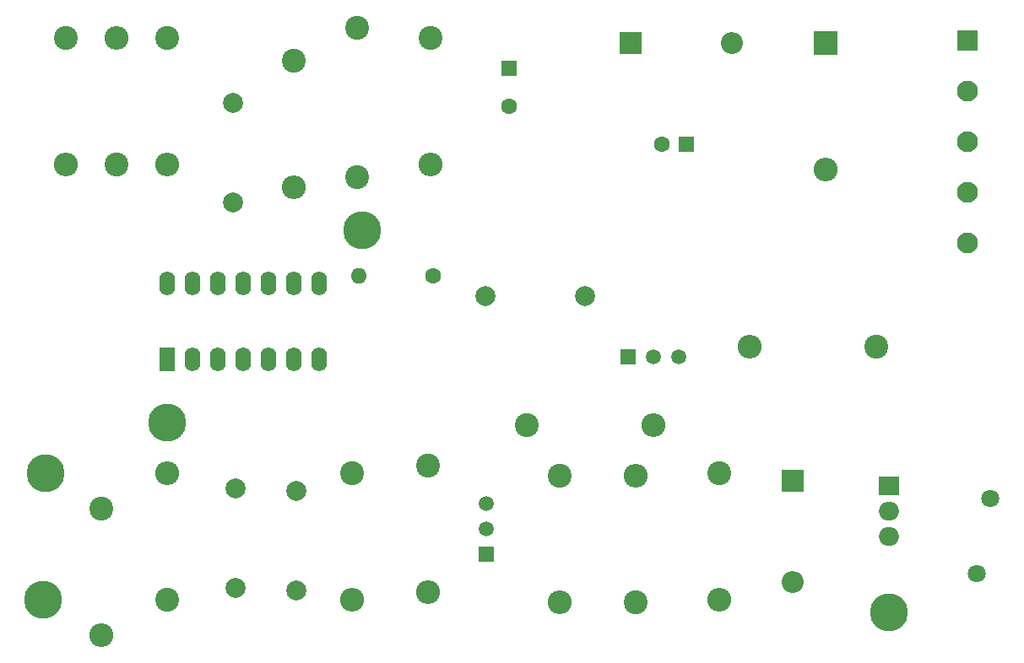
<source format=gbr>
G04 #@! TF.GenerationSoftware,KiCad,Pcbnew,(5.0.1)-4*
G04 #@! TF.CreationDate,2020-04-28T21:10:57-04:00*
G04 #@! TF.ProjectId,EFC_DIY_version,4546435F4449595F76657273696F6E2E,v01*
G04 #@! TF.SameCoordinates,Original*
G04 #@! TF.FileFunction,Copper,L2,Bot,Signal*
G04 #@! TF.FilePolarity,Positive*
%FSLAX46Y46*%
G04 Gerber Fmt 4.6, Leading zero omitted, Abs format (unit mm)*
G04 Created by KiCad (PCBNEW (5.0.1)-4) date 4/28/2020 9:10:57 PM*
%MOMM*%
%LPD*%
G01*
G04 APERTURE LIST*
G04 #@! TA.AperFunction,ComponentPad*
%ADD10O,2.200000X2.200000*%
G04 #@! TD*
G04 #@! TA.AperFunction,ComponentPad*
%ADD11R,2.200000X2.200000*%
G04 #@! TD*
G04 #@! TA.AperFunction,ComponentPad*
%ADD12R,2.000000X1.905000*%
G04 #@! TD*
G04 #@! TA.AperFunction,ComponentPad*
%ADD13O,2.000000X1.905000*%
G04 #@! TD*
G04 #@! TA.AperFunction,ComponentPad*
%ADD14O,1.600000X2.400000*%
G04 #@! TD*
G04 #@! TA.AperFunction,ComponentPad*
%ADD15R,1.600000X2.400000*%
G04 #@! TD*
G04 #@! TA.AperFunction,ComponentPad*
%ADD16R,1.500000X1.500000*%
G04 #@! TD*
G04 #@! TA.AperFunction,ComponentPad*
%ADD17C,1.500000*%
G04 #@! TD*
G04 #@! TA.AperFunction,ComponentPad*
%ADD18C,1.800000*%
G04 #@! TD*
G04 #@! TA.AperFunction,ComponentPad*
%ADD19R,2.400000X2.400000*%
G04 #@! TD*
G04 #@! TA.AperFunction,ComponentPad*
%ADD20O,2.400000X2.400000*%
G04 #@! TD*
G04 #@! TA.AperFunction,ComponentPad*
%ADD21R,1.600000X1.600000*%
G04 #@! TD*
G04 #@! TA.AperFunction,ComponentPad*
%ADD22C,1.600000*%
G04 #@! TD*
G04 #@! TA.AperFunction,ComponentPad*
%ADD23C,2.000000*%
G04 #@! TD*
G04 #@! TA.AperFunction,ComponentPad*
%ADD24O,1.600000X1.600000*%
G04 #@! TD*
G04 #@! TA.AperFunction,ComponentPad*
%ADD25C,2.400000*%
G04 #@! TD*
G04 #@! TA.AperFunction,ComponentPad*
%ADD26R,2.100000X2.100000*%
G04 #@! TD*
G04 #@! TA.AperFunction,ComponentPad*
%ADD27C,2.100000*%
G04 #@! TD*
G04 #@! TA.AperFunction,ComponentPad*
%ADD28C,3.800000*%
G04 #@! TD*
G04 APERTURE END LIST*
D10*
G04 #@! TO.P,D1,2*
G04 #@! TO.N,Net-(1N5819-Pad1)*
X192532000Y-45720000D03*
D11*
G04 #@! TO.P,D1,1*
G04 #@! TO.N,/Vcc*
X182372000Y-45720000D03*
G04 #@! TD*
G04 #@! TO.P,D2,1*
G04 #@! TO.N,Net-(D2-Pad1)*
X198628000Y-89662000D03*
D10*
G04 #@! TO.P,D2,2*
G04 #@! TO.N,Earth*
X198628000Y-99822000D03*
G04 #@! TD*
D12*
G04 #@! TO.P,Q1,1*
G04 #@! TO.N,Net-(D2-Pad1)*
X208280000Y-90170000D03*
D13*
G04 #@! TO.P,Q1,2*
G04 #@! TO.N,Net-(175L10-Pad1)*
X208280000Y-92710000D03*
G04 #@! TO.P,Q1,3*
G04 #@! TO.N,Earth*
X208280000Y-95250000D03*
G04 #@! TD*
D14*
G04 #@! TO.P,U1,14*
G04 #@! TO.N,/Vcc*
X135890000Y-69850000D03*
G04 #@! TO.P,U1,7*
G04 #@! TO.N,Earth*
X151130000Y-77470000D03*
G04 #@! TO.P,U1,13*
G04 #@! TO.N,Net-(R12-Pad2)*
X138430000Y-69850000D03*
G04 #@! TO.P,U1,6*
G04 #@! TO.N,Net-(C6-Pad1)*
X148590000Y-77470000D03*
G04 #@! TO.P,U1,12*
G04 #@! TO.N,Net-(C8-Pad1)*
X140970000Y-69850000D03*
G04 #@! TO.P,U1,5*
G04 #@! TO.N,Net-(R8-Pad1)*
X146050000Y-77470000D03*
G04 #@! TO.P,U1,11*
G04 #@! TO.N,Net-(C5-Pad1)*
X143510000Y-69850000D03*
G04 #@! TO.P,U1,4*
G04 #@! TO.N,/Vcc*
X143510000Y-77470000D03*
G04 #@! TO.P,U1,10*
X146050000Y-69850000D03*
G04 #@! TO.P,U1,3*
G04 #@! TO.N,Net-(C4-Pad1)*
X140970000Y-77470000D03*
G04 #@! TO.P,U1,9*
G04 #@! TO.N,Net-(C6-Pad2)*
X148590000Y-69850000D03*
G04 #@! TO.P,U1,2*
G04 #@! TO.N,Net-(C3-Pad1)*
X138430000Y-77470000D03*
G04 #@! TO.P,U1,8*
G04 #@! TO.N,Net-(C8-Pad1)*
X151130000Y-69850000D03*
D15*
G04 #@! TO.P,U1,1*
G04 #@! TO.N,Net-(C3-Pad1)*
X135890000Y-77470000D03*
G04 #@! TD*
D16*
G04 #@! TO.P,Q3,1*
G04 #@! TO.N,Earth*
X167894000Y-97028000D03*
D17*
G04 #@! TO.P,Q3,3*
G04 #@! TO.N,Net-(Q3-Pad3)*
X167894000Y-91948000D03*
G04 #@! TO.P,Q3,2*
G04 #@! TO.N,Net-(Q3-Pad2)*
X167894000Y-94488000D03*
G04 #@! TD*
D16*
G04 #@! TO.P,Q2,1*
G04 #@! TO.N,Net-(1N5819-Pad1)*
X182118000Y-77216000D03*
D17*
G04 #@! TO.P,Q2,3*
G04 #@! TO.N,Net-(Q2-Pad3)*
X187198000Y-77216000D03*
G04 #@! TO.P,Q2,2*
G04 #@! TO.N,Net-(Q2-Pad2)*
X184658000Y-77216000D03*
G04 #@! TD*
D18*
G04 #@! TO.P,175L10,1*
G04 #@! TO.N,Net-(175L10-Pad1)*
X218440000Y-91440000D03*
G04 #@! TO.P,175L10,2*
G04 #@! TO.N,Earth*
X217040000Y-98940000D03*
G04 #@! TD*
D19*
G04 #@! TO.P,1N5819,1*
G04 #@! TO.N,Net-(1N5819-Pad1)*
X201930000Y-45720000D03*
D20*
G04 #@! TO.P,1N5819,2*
G04 #@! TO.N,Net-(1N5819-Pad2)*
X201930000Y-58420000D03*
G04 #@! TD*
D21*
G04 #@! TO.P,C1,1*
G04 #@! TO.N,Net-(1N5819-Pad1)*
X187960000Y-55880000D03*
D22*
G04 #@! TO.P,C1,2*
G04 #@! TO.N,Earth*
X185460000Y-55880000D03*
G04 #@! TD*
D23*
G04 #@! TO.P,C2,2*
G04 #@! TO.N,Earth*
X167800000Y-71120000D03*
G04 #@! TO.P,C2,1*
G04 #@! TO.N,Net-(1N5819-Pad1)*
X177800000Y-71120000D03*
G04 #@! TD*
G04 #@! TO.P,C3,1*
G04 #@! TO.N,Net-(C3-Pad1)*
X148844000Y-90678000D03*
G04 #@! TO.P,C3,2*
G04 #@! TO.N,Earth*
X148844000Y-100678000D03*
G04 #@! TD*
G04 #@! TO.P,C4,1*
G04 #@! TO.N,Net-(C4-Pad1)*
X142748000Y-90424000D03*
G04 #@! TO.P,C4,2*
G04 #@! TO.N,Earth*
X142748000Y-100424000D03*
G04 #@! TD*
G04 #@! TO.P,C5,2*
G04 #@! TO.N,Earth*
X142494000Y-51722000D03*
G04 #@! TO.P,C5,1*
G04 #@! TO.N,Net-(C5-Pad1)*
X142494000Y-61722000D03*
G04 #@! TD*
D22*
G04 #@! TO.P,C6,1*
G04 #@! TO.N,Net-(C6-Pad1)*
X162560000Y-69088000D03*
D24*
G04 #@! TO.P,C6,2*
G04 #@! TO.N,Net-(C6-Pad2)*
X155060000Y-69088000D03*
G04 #@! TD*
D25*
G04 #@! TO.P,C8,1*
G04 #@! TO.N,Net-(C8-Pad1)*
X154940000Y-59182000D03*
G04 #@! TO.P,C8,2*
G04 #@! TO.N,Earth*
X154940000Y-44182000D03*
G04 #@! TD*
D21*
G04 #@! TO.P,C9,1*
G04 #@! TO.N,/Vcc*
X170180000Y-48260000D03*
D22*
G04 #@! TO.P,C9,2*
G04 #@! TO.N,Earth*
X170180000Y-52060000D03*
G04 #@! TD*
D26*
G04 #@! TO.P,J1,1*
G04 #@! TO.N,Net-(1N5819-Pad1)*
X216154000Y-45466000D03*
D27*
G04 #@! TO.P,J1,2*
G04 #@! TO.N,Net-(1N5819-Pad2)*
X216154000Y-50546000D03*
G04 #@! TO.P,J1,3*
G04 #@! TO.N,Net-(J1-Pad3)*
X216154000Y-55626000D03*
G04 #@! TO.P,J1,4*
X216154000Y-60706000D03*
G04 #@! TO.P,J1,5*
G04 #@! TO.N,Net-(175L10-Pad1)*
X216154000Y-65786000D03*
G04 #@! TD*
D25*
G04 #@! TO.P,R1,1*
G04 #@! TO.N,Net-(D2-Pad1)*
X207010000Y-76200000D03*
D20*
G04 #@! TO.P,R1,2*
G04 #@! TO.N,Net-(Q2-Pad3)*
X194310000Y-76200000D03*
G04 #@! TD*
D25*
G04 #@! TO.P,R2,1*
G04 #@! TO.N,Net-(D2-Pad1)*
X191262000Y-88900000D03*
D20*
G04 #@! TO.P,R2,2*
G04 #@! TO.N,Earth*
X191262000Y-101600000D03*
G04 #@! TD*
G04 #@! TO.P,R3,2*
G04 #@! TO.N,Net-(Q2-Pad2)*
X182880000Y-89154000D03*
D25*
G04 #@! TO.P,R3,1*
G04 #@! TO.N,Net-(1N5819-Pad1)*
X182880000Y-101854000D03*
G04 #@! TD*
D20*
G04 #@! TO.P,R4,2*
G04 #@! TO.N,Net-(H1-Pad1)*
X129286000Y-105156000D03*
D25*
G04 #@! TO.P,R4,1*
G04 #@! TO.N,Net-(H3-Pad1)*
X129286000Y-92456000D03*
G04 #@! TD*
D20*
G04 #@! TO.P,R5,2*
G04 #@! TO.N,Net-(Q2-Pad2)*
X184658000Y-84074000D03*
D25*
G04 #@! TO.P,R5,1*
G04 #@! TO.N,Net-(Q3-Pad3)*
X171958000Y-84074000D03*
G04 #@! TD*
G04 #@! TO.P,R6,1*
G04 #@! TO.N,Net-(1N5819-Pad1)*
X175260000Y-89154000D03*
D20*
G04 #@! TO.P,R6,2*
G04 #@! TO.N,Net-(Q3-Pad3)*
X175260000Y-101854000D03*
G04 #@! TD*
D25*
G04 #@! TO.P,R7,1*
G04 #@! TO.N,Net-(Q3-Pad2)*
X162052000Y-88138000D03*
D20*
G04 #@! TO.P,R7,2*
G04 #@! TO.N,Earth*
X162052000Y-100838000D03*
G04 #@! TD*
G04 #@! TO.P,R8,2*
G04 #@! TO.N,Net-(Q3-Pad2)*
X154432000Y-101600000D03*
D25*
G04 #@! TO.P,R8,1*
G04 #@! TO.N,Net-(R8-Pad1)*
X154432000Y-88900000D03*
G04 #@! TD*
G04 #@! TO.P,R9,1*
G04 #@! TO.N,/Vcc*
X125730000Y-45212000D03*
D20*
G04 #@! TO.P,R9,2*
G04 #@! TO.N,Net-(R10-Pad1)*
X125730000Y-57912000D03*
G04 #@! TD*
G04 #@! TO.P,R10,2*
G04 #@! TO.N,Net-(C3-Pad1)*
X135890000Y-88900000D03*
D25*
G04 #@! TO.P,R10,1*
G04 #@! TO.N,Net-(R10-Pad1)*
X135890000Y-101600000D03*
G04 #@! TD*
D20*
G04 #@! TO.P,R11,2*
G04 #@! TO.N,Net-(C6-Pad1)*
X162306000Y-57912000D03*
D25*
G04 #@! TO.P,R11,1*
G04 #@! TO.N,/Vcc*
X162306000Y-45212000D03*
G04 #@! TD*
G04 #@! TO.P,R12,1*
G04 #@! TO.N,/Vcc*
X130810000Y-57912000D03*
D20*
G04 #@! TO.P,R12,2*
G04 #@! TO.N,Net-(R12-Pad2)*
X130810000Y-45212000D03*
G04 #@! TD*
D25*
G04 #@! TO.P,R13,1*
G04 #@! TO.N,Net-(R13-Pad1)*
X135890000Y-45212000D03*
D20*
G04 #@! TO.P,R13,2*
G04 #@! TO.N,Net-(R12-Pad2)*
X135890000Y-57912000D03*
G04 #@! TD*
G04 #@! TO.P,R14,2*
G04 #@! TO.N,Net-(R13-Pad1)*
X148590000Y-60198000D03*
D25*
G04 #@! TO.P,R14,1*
G04 #@! TO.N,Net-(C8-Pad1)*
X148590000Y-47498000D03*
G04 #@! TD*
D28*
G04 #@! TO.P,cap_conn1,1*
G04 #@! TO.N,Net-(C3-Pad1)*
X135890000Y-83820000D03*
G04 #@! TD*
G04 #@! TO.P,cap_conn2,1*
G04 #@! TO.N,Net-(C8-Pad1)*
X155448000Y-64516000D03*
G04 #@! TD*
G04 #@! TO.P,H1,1*
G04 #@! TO.N,Net-(H1-Pad1)*
X123444000Y-101600000D03*
G04 #@! TD*
G04 #@! TO.P,H2,1*
G04 #@! TO.N,Earth*
X208280000Y-102870000D03*
G04 #@! TD*
G04 #@! TO.P,H3,1*
G04 #@! TO.N,Net-(H3-Pad1)*
X123698000Y-88900000D03*
G04 #@! TD*
M02*

</source>
